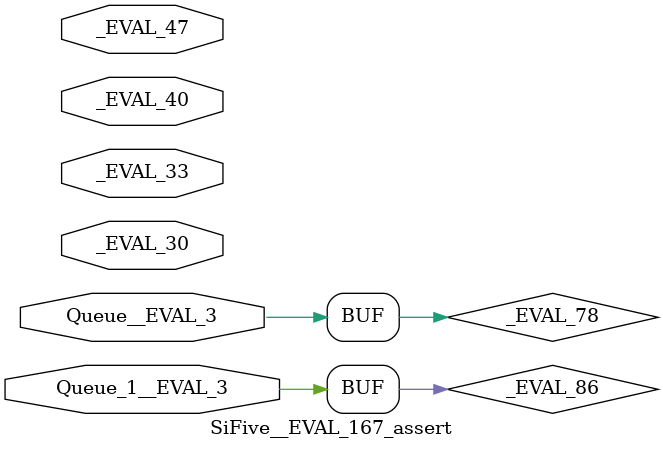
<source format=sv>
module SiFive__EVAL_167_assert(
  input   _EVAL_30,
  input   _EVAL_33,
  input   _EVAL_40,
  input   _EVAL_47,
  input   Queue_1__EVAL_3,
  input   Queue__EVAL_3
);
  wire  _EVAL_79;
  wire  _EVAL_86;
  wire  _EVAL_75;
  wire  _EVAL_87;
  wire  _EVAL_81;
  wire  _EVAL_78;
  wire  _EVAL_82;
  wire  _EVAL_77;
  wire  _EVAL_83;
  wire  _EVAL_76;
  assign _EVAL_79 = _EVAL_33 == 1'h0;
  assign _EVAL_86 = Queue_1__EVAL_3;
  assign _EVAL_75 = _EVAL_79 | _EVAL_86;
  assign _EVAL_87 = _EVAL_75 | _EVAL_40;
  assign _EVAL_81 = _EVAL_30 == 1'h0;
  assign _EVAL_78 = Queue__EVAL_3;
  assign _EVAL_82 = _EVAL_81 | _EVAL_78;
  assign _EVAL_77 = _EVAL_82 | _EVAL_40;
  assign _EVAL_83 = _EVAL_77 == 1'h0;
  assign _EVAL_76 = _EVAL_87 == 1'h0;
  always @(posedge _EVAL_47) begin
    `ifndef SYNTHESIS
    `ifdef PRINTF_COND
      if (`PRINTF_COND) begin
    `endif
        if (_EVAL_76) begin
          $fwrite(32'h80000002,"Obfuscated Simulation Output(d83a1fe1)\n");
        end
    `ifdef PRINTF_COND
      end
    `endif
    `endif // SYNTHESIS
    `ifndef SYNTHESIS
    `ifdef PRINTF_COND
      if (`PRINTF_COND) begin
    `endif
        if (_EVAL_83) begin
          $fwrite(32'h80000002,"Obfuscated Simulation Output(3ca483ee)\n");
        end
    `ifdef PRINTF_COND
      end
    `endif
    `endif // SYNTHESIS
    `ifndef SYNTHESIS
    `ifdef STOP_COND
      if (`STOP_COND) begin
    `endif
        if (_EVAL_83) begin
          $fatal;
        end
    `ifdef STOP_COND
      end
    `endif
    `endif // SYNTHESIS
    `ifndef SYNTHESIS
    `ifdef STOP_COND
      if (`STOP_COND) begin
    `endif
        if (_EVAL_76) begin
          $fatal;
        end
    `ifdef STOP_COND
      end
    `endif
    `endif // SYNTHESIS
  end

endmodule

</source>
